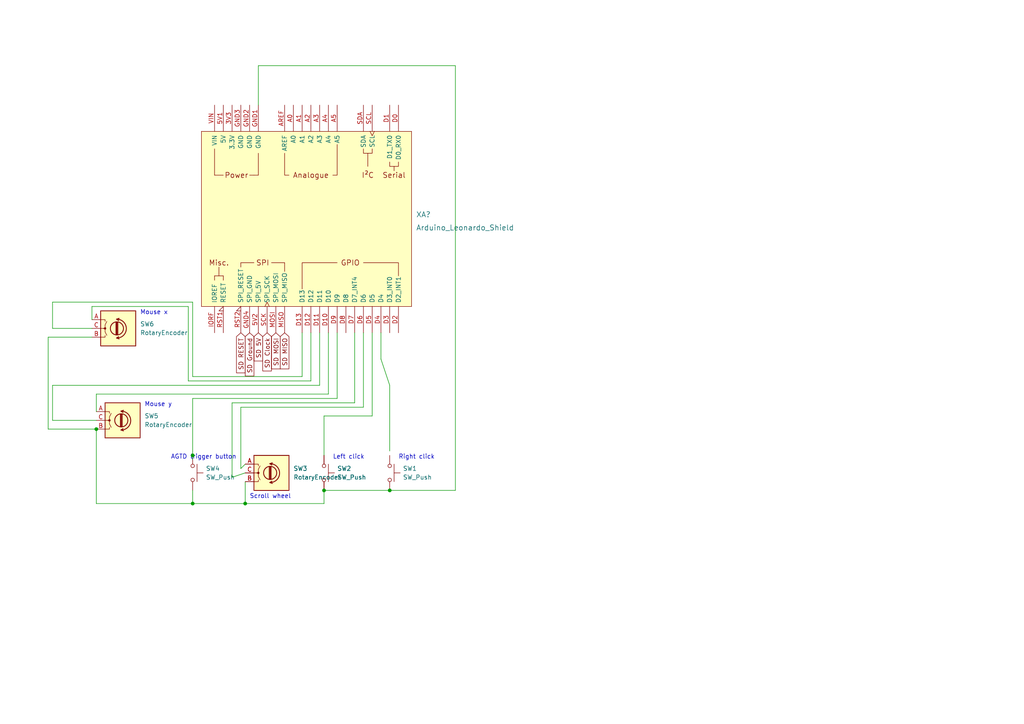
<source format=kicad_sch>
(kicad_sch (version 20211123) (generator eeschema)
  (paper "A4")
  (lib_symbols
    (symbol "Device:RotaryEncoder" (pin_names (offset 0.254) hide)
      (property "Reference" "SW" (at 0 6.604 0))
      (property "Value" "RotaryEncoder" (at 0 -6.604 0))
      (symbol "RotaryEncoder_0_1"
        (rectangle (start -5.08 5.08) (end 5.08 -5.08) (stroke (width 0.254)) (fill (type background)))
        (circle (center -3.81 0) (radius 0.254) (fill (type outline)))
        (arc (start -0.381 -2.794) (mid 2.3622 -0.0635) (end -0.381 2.667) (stroke (width 0.254)))
        (circle (center -0.381 0) (radius 1.905) (stroke (width 0.254)))
        (polyline (pts (xy -0.635 -1.778) (xy -0.635 1.778)) (stroke (width 0.254)))
        (polyline (pts (xy -0.381 -1.778) (xy -0.381 1.778)) (stroke (width 0.254)))
        (polyline (pts (xy -0.127 1.778) (xy -0.127 -1.778)) (stroke (width 0.254)))
        (polyline (pts (xy -5.08 -2.54) (xy -3.81 -2.54) (xy -3.81 -2.032)))
        (polyline (pts (xy -5.08 2.54) (xy -3.81 2.54) (xy -3.81 2.032)))
        (polyline (pts (xy 0.254 -3.048) (xy -0.508 -2.794) (xy 0.127 -2.413)) (stroke (width 0.254)))
        (polyline (pts (xy 0.254 2.921) (xy -0.508 2.667) (xy 0.127 2.286)) (stroke (width 0.254)))
        (polyline (pts (xy -5.08 0) (xy -3.81 0) (xy -3.81 -1.016) (xy -3.302 -2.032)))
        (polyline (pts (xy -4.318 0) (xy -3.81 0) (xy -3.81 1.016) (xy -3.302 2.032)))
      )
      (symbol "RotaryEncoder_1_1"
        (pin passive line (at -7.62 2.54 0) (length 2.54) (name "A") (number "A"))
        (pin passive line (at -7.62 -2.54 0) (length 2.54) (name "B") (number "B"))
        (pin passive line (at -7.62 0 0) (length 2.54) (name "C") (number "C"))
      )
    )
    (symbol "Switch:SW_Push" (pin_numbers hide) (pin_names (offset 1.016) hide)
      (property "Reference" "SW" (at 1.27 2.54 0))
      (property "Value" "SW_Push" (at 0 -1.524 0))
      (symbol "SW_Push_0_1"
        (circle (center -2.032 0) (radius 0.508))
        (polyline (pts (xy 0 1.27) (xy 0 3.048)))
        (polyline (pts (xy 2.54 1.27) (xy -2.54 1.27)))
        (circle (center 2.032 0) (radius 0.508))
        (pin passive line (at -5.08 0 0) (length 2.54) (name "1") (number "1"))
        (pin passive line (at 5.08 0 180) (length 2.54) (name "2") (number "2"))
      )
    )
    (symbol "arduino:Arduino_Leonardo_Shield" (pin_names (offset 1.016))
      (property "Reference" "XA" (at 2.54 0 90))
      (property "Value" "Arduino_Leonardo_Shield" (at -2.54 0 90))
      (symbol "Arduino_Leonardo_Shield_0_0"
        (rectangle (start -25.4 30.48) (end 25.4 -30.48) (fill (type background)))
        (rectangle (start -20.32 -26.67) (end -12.7 -26.67))
        (rectangle (start -19.05 -13.97) (end -12.7 -13.97))
        (polyline (pts (xy -19.05 17.78) (xy -15.24 17.78)))
        (polyline (pts (xy -15.24 25.4) (xy -13.97 25.4)))
        (polyline (pts (xy -12.7 -26.67) (xy -12.7 -24.13)))
        (polyline (pts (xy -12.7 -15.24) (xy -12.7 -16.51)))
        (polyline (pts (xy -12.7 -13.97) (xy -12.7 -15.24)))
        (polyline (pts (xy -12.7 -5.08) (xy -12.7 -6.35) (xy -19.05 -6.35)))
        (polyline (pts (xy -12.7 7.62) (xy -12.7 8.89) (xy -21.59 8.89)))
        (polyline (pts (xy 12.7 8.89) (xy 12.7 -1.27) (xy 20.32 -1.27)))
        (polyline (pts (xy 12.7 16.51) (xy 12.7 26.67) (xy 16.51 26.67)))
        (polyline (pts (xy -20.32 19.05) (xy -19.05 19.05) (xy -19.05 16.51) (xy -20.32 16.51)))
        (polyline (pts (xy -16.51 26.67) (xy -15.24 26.67) (xy -15.24 24.13) (xy -16.51 24.13)))
        (rectangle (start 12.7 -19.05) (end 12.7 -15.24))
        (rectangle (start 12.7 -10.16) (end 12.7 -6.35))
        (rectangle (start 13.97 -19.05) (end 12.7 -19.05))
        (rectangle (start 15.24 -6.35) (end 12.7 -6.35))
        (rectangle (start 16.51 -25.4) (end 13.97 -25.4))
        (rectangle (start 16.51 -24.13) (end 16.51 -26.67))
        (rectangle (start 17.78 -26.67) (end 16.51 -26.67))
        (rectangle (start 17.78 -24.13) (end 16.51 -24.13))
        (text "Analogue" (at -12.7 1.27 900) (effects (font (size 1.524 1.524))))
        (text "I²C" (at -12.7 17.78 900) (effects (font (size 1.524 1.524))))
        (text "Misc." (at 12.7 -25.4 900) (effects (font (size 1.524 1.524))))
        (text "Power" (at -12.7 -20.32 900) (effects (font (size 1.524 1.524))))
        (text "Serial" (at -12.7 25.4 900) (effects (font (size 1.524 1.524))))
        (text "SPI" (at 12.7 -12.7 900) (effects (font (size 1.524 1.524))))
      )
      (symbol "Arduino_Leonardo_Shield_1_0"
        (text "GPIO" (at 12.7 12.7 900) (effects (font (size 1.524 1.524))))
      )
      (symbol "Arduino_Leonardo_Shield_1_1"
        (pin power_in line (at -33.02 -21.59 0) (length 7.62) (name "3.3V") (number "3V3"))
        (pin power_in line (at -33.02 -24.13 0) (length 7.62) (name "5V") (number "5V1"))
        (pin power_in line (at 33.02 -13.97 180) (length 7.62) (name "SPI_5V") (number "5V2"))
        (pin bidirectional line (at -33.02 -3.81 0) (length 7.62) (name "A0") (number "A0"))
        (pin bidirectional line (at -33.02 -1.27 0) (length 7.62) (name "A1") (number "A1"))
        (pin bidirectional line (at -33.02 1.27 0) (length 7.62) (name "A2") (number "A2"))
        (pin bidirectional line (at -33.02 3.81 0) (length 7.62) (name "A3") (number "A3"))
        (pin bidirectional line (at -33.02 6.35 0) (length 7.62) (name "A4") (number "A4"))
        (pin bidirectional line (at -33.02 8.89 0) (length 7.62) (name "A5") (number "A5"))
        (pin input line (at -33.02 -6.35 0) (length 7.62) (name "AREF") (number "AREF"))
        (pin bidirectional line (at -33.02 26.67 0) (length 7.62) (name "D0_RX0") (number "D0"))
        (pin bidirectional line (at -33.02 24.13 0) (length 7.62) (name "D1_TX0") (number "D1"))
        (pin bidirectional line (at 33.02 6.35 180) (length 7.62) (name "D10") (number "D10"))
        (pin bidirectional line (at 33.02 3.81 180) (length 7.62) (name "D11") (number "D11"))
        (pin bidirectional line (at 33.02 1.27 180) (length 7.62) (name "D12") (number "D12"))
        (pin bidirectional line (at 33.02 -1.27 180) (length 7.62) (name "D13") (number "D13"))
        (pin bidirectional line (at 33.02 26.67 180) (length 7.62) (name "D2_INT1") (number "D2"))
        (pin bidirectional line (at 33.02 24.13 180) (length 7.62) (name "D3_INT0") (number "D3"))
        (pin bidirectional line (at 33.02 21.59 180) (length 7.62) (name "D4") (number "D4"))
        (pin bidirectional line (at 33.02 19.05 180) (length 7.62) (name "D5") (number "D5"))
        (pin bidirectional line (at 33.02 16.51 180) (length 7.62) (name "D6") (number "D6"))
        (pin bidirectional line (at 33.02 13.97 180) (length 7.62) (name "D7_INT4") (number "D7"))
        (pin bidirectional line (at 33.02 11.43 180) (length 7.62) (name "D8") (number "D8"))
        (pin bidirectional line (at 33.02 8.89 180) (length 7.62) (name "D9") (number "D9"))
        (pin power_in line (at -33.02 -13.97 0) (length 7.62) (name "GND") (number "GND1"))
        (pin power_in line (at -33.02 -16.51 0) (length 7.62) (name "GND") (number "GND2"))
        (pin power_in line (at -33.02 -19.05 0) (length 7.62) (name "GND") (number "GND3"))
        (pin power_in line (at 33.02 -16.51 180) (length 7.62) (name "SPI_GND") (number "GND4"))
        (pin output line (at 33.02 -26.67 180) (length 7.62) (name "IOREF") (number "IORF"))
        (pin input line (at 33.02 -6.35 180) (length 7.62) (name "SPI_MISO") (number "MISO"))
        (pin output line (at 33.02 -8.89 180) (length 7.62) (name "SPI_MOSI") (number "MOSI"))
        (pin open_collector input_low (at 33.02 -24.13 180) (length 7.62) (name "RESET") (number "RST1"))
        (pin open_collector input_low (at 33.02 -19.05 180) (length 7.62) (name "SPI_RESET") (number "RST2"))
        (pin output clock (at 33.02 -11.43 180) (length 7.62) (name "SPI_SCK") (number "SCK"))
        (pin bidirectional clock (at -33.02 19.05 0) (length 7.62) (name "SCL") (number "SCL"))
        (pin bidirectional line (at -33.02 16.51 0) (length 7.62) (name "SDA") (number "SDA"))
        (pin power_in line (at -33.02 -26.67 0) (length 7.62) (name "VIN") (number "VIN"))
      )
    )
  )
  (junction (at 55.88 146.05))
  (junction (at 27.94 124.46))
  (junction (at 55.88 132.08))
  (junction (at 93.98 142.24))
  (junction (at 71.12 146.05))
  (junction (at 113.03 142.24))
  (wire (pts (xy 15.24 111.76) (xy 92.71 111.76)))
  (wire (pts (xy 87.63 109.22) (xy 87.63 96.52)))
  (wire (pts (xy 27.94 124.46) (xy 13.97 124.46)))
  (wire (pts (xy 74.93 19.05) (xy 132.08 19.05)))
  (wire (pts (xy 74.93 19.05) (xy 74.93 30.48)))
  (wire (pts (xy 55.88 133.35) (xy 55.88 132.08)))
  (wire (pts (xy 54.61 110.49) (xy 54.61 88.9)))
  (wire (pts (xy 93.98 132.08) (xy 93.98 120.65)))
  (wire (pts (xy 55.88 146.05) (xy 27.94 146.05)))
  (wire (pts (xy 15.24 87.63) (xy 55.88 87.63)))
  (wire (pts (xy 27.94 114.3) (xy 27.94 119.38)))
  (wire (pts (xy 69.85 135.89) (xy 69.85 118.11)))
  (wire (pts (xy 132.08 19.05) (xy 132.08 142.24)))
  (wire (pts (xy 13.97 124.46) (xy 13.97 97.79)))
  (wire (pts (xy 69.85 118.11) (xy 105.41 118.11)))
  (wire (pts (xy 71.12 146.05) (xy 93.98 146.05)))
  (wire (pts (xy 67.31 116.84) (xy 67.31 138.43)))
  (wire (pts (xy 95.25 114.3) (xy 27.94 114.3)))
  (wire (pts (xy 92.71 111.76) (xy 92.71 96.52)))
  (wire (pts (xy 102.87 116.84) (xy 67.31 116.84)))
  (wire (pts (xy 55.88 87.63) (xy 55.88 109.22)))
  (wire (pts (xy 26.67 88.9) (xy 26.67 92.71)))
  (wire (pts (xy 95.25 96.52) (xy 95.25 114.3)))
  (wire (pts (xy 55.88 115.57) (xy 55.88 132.08)))
  (wire (pts (xy 55.88 142.24) (xy 55.88 146.05)))
  (wire (pts (xy 27.94 146.05) (xy 27.94 124.46)))
  (wire (pts (xy 13.97 97.79) (xy 26.67 97.79)))
  (wire (pts (xy 55.88 146.05) (xy 71.12 146.05)))
  (wire (pts (xy 113.03 130.81) (xy 113.03 111.76)))
  (wire (pts (xy 27.94 121.92) (xy 15.24 121.92)))
  (wire (pts (xy 113.03 111.76) (xy 110.49 104.14)))
  (wire (pts (xy 97.79 96.52) (xy 97.79 115.57)))
  (wire (pts (xy 71.12 139.7) (xy 71.12 146.05)))
  (wire (pts (xy 15.24 121.92) (xy 15.24 111.76)))
  (wire (pts (xy 93.98 146.05) (xy 93.98 142.24)))
  (wire (pts (xy 54.61 88.9) (xy 26.67 88.9)))
  (wire (pts (xy 110.49 104.14) (xy 110.49 96.52)))
  (wire (pts (xy 113.03 142.24) (xy 132.08 142.24)))
  (wire (pts (xy 67.31 138.43) (xy 71.12 137.16)))
  (wire (pts (xy 90.17 110.49) (xy 54.61 110.49)))
  (wire (pts (xy 71.12 134.62) (xy 69.85 135.89)))
  (wire (pts (xy 55.88 115.57) (xy 97.79 115.57)))
  (wire (pts (xy 26.67 95.25) (xy 15.24 95.25)))
  (wire (pts (xy 15.24 95.25) (xy 15.24 87.63)))
  (wire (pts (xy 93.98 120.65) (xy 107.95 120.65)))
  (wire (pts (xy 55.88 109.22) (xy 87.63 109.22)))
  (wire (pts (xy 105.41 96.52) (xy 105.41 118.11)))
  (wire (pts (xy 93.98 142.24) (xy 113.03 142.24)))
  (wire (pts (xy 90.17 96.52) (xy 90.17 110.49)))
  (wire (pts (xy 102.87 96.52) (xy 102.87 116.84)))
  (wire (pts (xy 107.95 96.52) (xy 107.95 120.65)))
  (text "Left click" (at 96.52 133.35 0) (effects (font (size 1.27 1.27)) (justify left bottom)))
  (text "Right click" (at 115.57 133.35 0) (effects (font (size 1.27 1.27)) (justify left bottom)))
  (text "Mouse y" (at 41.91 118.11 0) (effects (font (size 1.27 1.27)) (justify left bottom)))
  (text "Scroll wheel" (at 72.39 144.78 0) (effects (font (size 1.27 1.27)) (justify left bottom)))
  (text "Mouse x" (at 40.64 91.44 0) (effects (font (size 1.27 1.27)) (justify left bottom)))
  (text "AGTD trigger button" (at 49.53 133.35 0) (effects (font (size 1.27 1.27)) (justify left bottom)))
  (global_label "SD MOSI" (shape input) (at 80.01 96.52 270) (property "Intersheet References" "${INTERSHEET_REFS}" (effects hide)))
  (global_label "SD RESET" (shape input) (at 69.85 96.52 270) (property "Intersheet References" "${INTERSHEET_REFS}" (effects hide)))
  (global_label "SD Clock" (shape input) (at 77.47 96.52 270) (property "Intersheet References" "${INTERSHEET_REFS}" (effects hide)))
  (global_label "SD 5V" (shape input) (at 74.93 96.52 270) (property "Intersheet References" "${INTERSHEET_REFS}" (effects hide)))
  (global_label "SD MISO" (shape input) (at 82.55 96.52 270) (property "Intersheet References" "${INTERSHEET_REFS}" (effects hide)))
  (global_label "SD Ground" (shape input) (at 72.39 96.52 270) (property "Intersheet References" "${INTERSHEET_REFS}" (effects hide)))
  (symbol (lib_id "Device:RotaryEncoder") (at 35.56 121.92 0) (unit 1)
    (property "Reference" "SW5" (at 41.91 120.6499 0) (effects (justify left)))
    (property "Value" "RotaryEncoder" (at 41.91 123.1899 0) (effects (justify left)))
  )
  (symbol (lib_id "Device:RotaryEncoder") (at 78.74 137.16 0) (unit 1)
    (property "Reference" "SW3" (at 85.09 135.8899 0) (effects (justify left)))
    (property "Value" "RotaryEncoder" (at 85.09 138.4299 0) (effects (justify left)))
  )
  (symbol (lib_id "Switch:SW_Push") (at 93.98 137.16 270) (unit 1)
    (property "Reference" "SW2" (at 97.79 135.8899 90) (effects (justify left)))
    (property "Value" "SW_Push" (at 97.79 138.4299 90) (effects (justify left)))
  )
  (symbol (lib_id "Switch:SW_Push") (at 55.88 137.16 270) (unit 1)
    (property "Reference" "SW4" (at 59.69 135.8899 90) (effects (justify left)))
    (property "Value" "SW_Push" (at 59.69 138.4299 90) (effects (justify left)))
  )
  (symbol (lib_id "Switch:SW_Push") (at 113.03 137.16 270) (unit 1)
    (property "Reference" "SW1" (at 116.84 135.8899 90) (effects (justify left)))
    (property "Value" "SW_Push" (at 116.84 138.4299 90) (effects (justify left)))
  )
  (symbol (lib_id "arduino:Arduino_Leonardo_Shield") (at 88.9 63.5 270) (unit 1)
    (property "Reference" "XA?" (at 120.65 62.23 90) (effects (font (size 1.524 1.524)) (justify left)))
    (property "Value" "Arduino_Leonardo_Shield" (at 120.65 66.04 90) (effects (font (size 1.524 1.524)) (justify left)))
    (property "Datasheet" "https://store.arduino.cc/arduino-leonardo-with-headers" (effects hide))
  )
  (symbol (lib_id "Device:RotaryEncoder") (at 34.29 95.25 0) (unit 1)
    (property "Reference" "SW6" (at 40.64 93.9799 0) (effects (justify left)))
    (property "Value" "RotaryEncoder" (at 40.64 96.5199 0) (effects (justify left)))
  )
)
</source>
